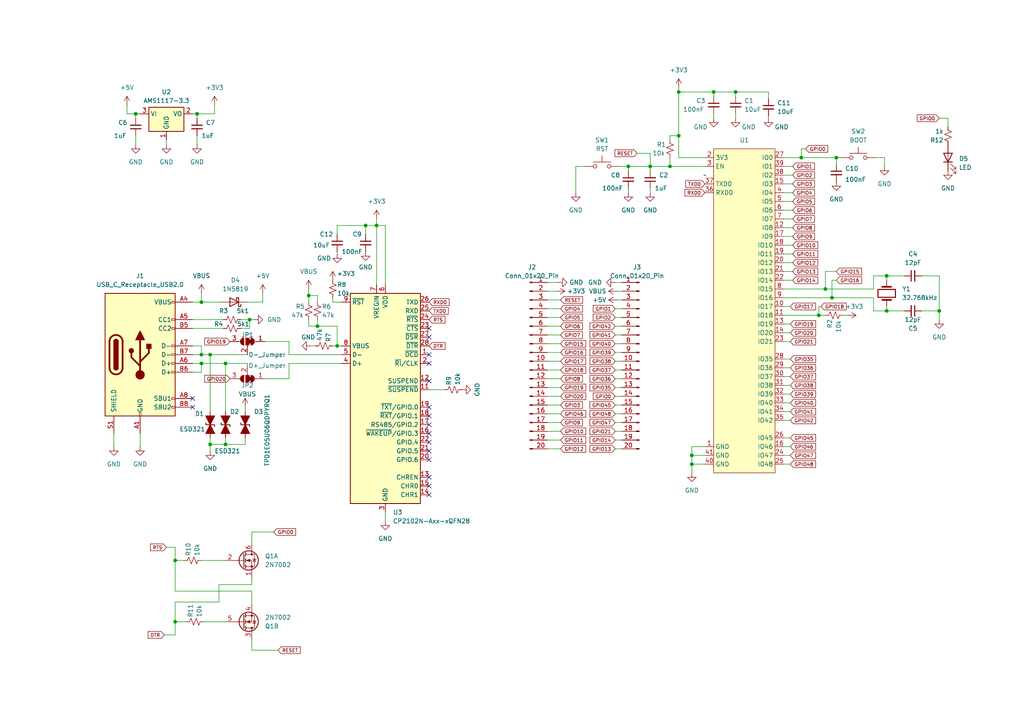
<source format=kicad_sch>
(kicad_sch (version 20230121) (generator eeschema)
  (paper "A4")
  (title_block (title "ESP32 S2 SOLO") (date "2024-04-13") (rev "0.1") (company "Useful Splendour"))
  (junction (at 239.395 83.82))
  (junction (at 188.595 48.26))
  (junction (at 92.075 94.615))
  (junction (at 50.8 162.56))
  (junction (at 109.22 65.405))
  (junction (at 72.39 92.71))
  (junction (at 58.42 87.63))
  (junction (at 257.175 90.17))
  (junction (at 241.3 86.36))
  (junction (at 272.415 90.17))
  (junction (at 39.37 33.02))
  (junction (at 50.8 180.34))
  (junction (at 196.85 26.67))
  (junction (at 65.405 128.905))
  (junction (at 200.66 134.62))
  (junction (at 194.31 48.26))
  (junction (at 65.405 105.41))
  (junction (at 242.57 45.72))
  (junction (at 106.045 65.405))
  (junction (at 200.66 132.08))
  (junction (at 58.42 102.87))
  (junction (at 232.41 45.72))
  (junction (at 182.245 48.26))
  (junction (at 257.175 80.01))
  (junction (at 89.535 85.725))
  (junction (at 237.49 91.44))
  (junction (at 196.85 39.37))
  (junction (at 207.01 26.67))
  (junction (at 60.96 128.905))
  (junction (at 57.15 33.02))
  (junction (at 58.42 105.41))
  (junction (at 97.79 100.33))
  (junction (at 213.36 26.67))
  (junction (at 60.96 102.87))
  (no_connect (at 124.46 95.25))
  (no_connect (at 124.46 105.41))
  (no_connect (at 55.88 118.11))
  (no_connect (at 124.46 123.19))
  (no_connect (at 124.46 110.49))
  (no_connect (at 124.46 125.73))
  (no_connect (at 124.46 102.87))
  (no_connect (at 124.46 128.27))
  (no_connect (at 124.46 118.11))
  (no_connect (at 124.46 133.35))
  (no_connect (at 124.46 130.81))
  (no_connect (at 124.46 120.65))
  (no_connect (at 124.46 138.43))
  (no_connect (at 124.46 143.51))
  (no_connect (at 124.46 140.97))
  (no_connect (at 124.46 97.79))
  (no_connect (at 55.88 115.57))
  (wire (pts (xy 162.56 86.995) (xy 158.75 86.995)))
  (wire (pts (xy 55.88 95.25) (xy 64.77 95.25)))
  (wire (pts (xy 60.96 128.905) (xy 65.405 128.905)))
  (wire (pts (xy 39.37 33.02) (xy 39.37 34.29)))
  (wire (pts (xy 63.5 174.625) (xy 50.8 174.625)))
  (wire (pts (xy 229.235 119.38) (xy 227.33 119.38)))
  (wire (pts (xy 180.34 127.635) (xy 178.435 127.635)))
  (wire (pts (xy 96.52 87.63) (xy 96.52 86.36)))
  (wire (pts (xy 229.87 78.74) (xy 227.33 78.74)))
  (wire (pts (xy 71.12 128.905) (xy 71.12 127)))
  (wire (pts (xy 242.57 47.625) (xy 242.57 45.72)))
  (wire (pts (xy 58.42 87.63) (xy 58.42 85.09)))
  (wire (pts (xy 196.85 45.72) (xy 196.85 39.37)))
  (wire (pts (xy 196.85 39.37) (xy 196.85 26.67)))
  (wire (pts (xy 229.87 68.58) (xy 227.33 68.58)))
  (wire (pts (xy 50.8 180.34) (xy 50.8 184.15)))
  (wire (pts (xy 109.22 65.405) (xy 109.22 82.55)))
  (wire (pts (xy 200.66 132.08) (xy 200.66 134.62)))
  (wire (pts (xy 257.175 90.17) (xy 253.365 90.17)))
  (wire (pts (xy 73.025 169.545) (xy 63.5 169.545)))
  (wire (pts (xy 39.37 39.37) (xy 39.37 41.91)))
  (wire (pts (xy 229.235 104.14) (xy 227.33 104.14)))
  (wire (pts (xy 55.88 92.71) (xy 64.77 92.71)))
  (wire (pts (xy 241.3 81.28) (xy 241.3 86.36)))
  (wire (pts (xy 229.87 76.2) (xy 227.33 76.2)))
  (wire (pts (xy 162.56 89.535) (xy 158.75 89.535)))
  (wire (pts (xy 58.42 162.56) (xy 65.405 162.56)))
  (wire (pts (xy 162.56 107.315) (xy 158.75 107.315)))
  (wire (pts (xy 227.33 93.98) (xy 229.235 93.98)))
  (wire (pts (xy 58.42 87.63) (xy 64.135 87.63)))
  (wire (pts (xy 229.235 111.76) (xy 227.33 111.76)))
  (wire (pts (xy 179.705 48.26) (xy 182.245 48.26)))
  (wire (pts (xy 58.42 102.87) (xy 55.88 102.87)))
  (wire (pts (xy 71.755 87.63) (xy 76.2 87.63)))
  (wire (pts (xy 69.85 95.25) (xy 72.39 95.25)))
  (wire (pts (xy 73.025 175.26) (xy 73.025 171.45)))
  (wire (pts (xy 97.79 65.405) (xy 97.79 67.945)))
  (wire (pts (xy 229.87 53.34) (xy 227.33 53.34)))
  (wire (pts (xy 229.87 73.66) (xy 227.33 73.66)))
  (wire (pts (xy 242.57 78.74) (xy 239.395 78.74)))
  (wire (pts (xy 241.3 86.36) (xy 227.33 86.36)))
  (wire (pts (xy 213.36 26.67) (xy 207.01 26.67)))
  (wire (pts (xy 83.82 102.87) (xy 83.82 99.06)))
  (wire (pts (xy 229.235 129.54) (xy 227.33 129.54)))
  (wire (pts (xy 97.79 100.33) (xy 99.06 100.33)))
  (wire (pts (xy 180.34 122.555) (xy 178.435 122.555)))
  (wire (pts (xy 39.37 33.02) (xy 36.83 33.02)))
  (wire (pts (xy 178.435 114.935) (xy 180.34 114.935)))
  (wire (pts (xy 57.15 39.37) (xy 57.15 41.91)))
  (wire (pts (xy 196.85 26.67) (xy 196.85 25.4)))
  (wire (pts (xy 272.415 34.29) (xy 274.955 34.29)))
  (wire (pts (xy 76.835 109.855) (xy 83.82 109.855)))
  (wire (pts (xy 213.36 33.02) (xy 213.36 34.29)))
  (wire (pts (xy 178.435 104.775) (xy 180.34 104.775)))
  (wire (pts (xy 40.64 125.73) (xy 40.64 129.54)))
  (wire (pts (xy 47.625 184.15) (xy 50.8 184.15)))
  (wire (pts (xy 55.88 107.95) (xy 58.42 107.95)))
  (wire (pts (xy 92.075 94.615) (xy 97.79 94.615)))
  (wire (pts (xy 242.57 81.28) (xy 241.3 81.28)))
  (wire (pts (xy 253.365 86.36) (xy 241.3 86.36)))
  (wire (pts (xy 257.175 80.01) (xy 253.365 80.01)))
  (wire (pts (xy 227.33 91.44) (xy 237.49 91.44)))
  (wire (pts (xy 48.26 40.64) (xy 48.26 41.91)))
  (wire (pts (xy 65.405 128.905) (xy 71.12 128.905)))
  (wire (pts (xy 90.17 100.33) (xy 91.44 100.33)))
  (wire (pts (xy 96.52 100.33) (xy 97.79 100.33)))
  (wire (pts (xy 178.435 89.535) (xy 180.34 89.535)))
  (wire (pts (xy 238.125 88.9) (xy 237.49 88.9)))
  (wire (pts (xy 178.435 92.075) (xy 180.34 92.075)))
  (wire (pts (xy 50.8 174.625) (xy 50.8 180.34)))
  (wire (pts (xy 109.22 65.405) (xy 111.76 65.405)))
  (wire (pts (xy 244.475 91.44) (xy 245.745 91.44)))
  (wire (pts (xy 60.96 102.87) (xy 60.96 119.38)))
  (wire (pts (xy 106.045 65.405) (xy 97.79 65.405)))
  (wire (pts (xy 60.96 102.87) (xy 58.42 102.87)))
  (wire (pts (xy 162.56 102.235) (xy 158.75 102.235)))
  (wire (pts (xy 229.235 88.9) (xy 227.33 88.9)))
  (wire (pts (xy 58.42 105.41) (xy 65.405 105.41)))
  (wire (pts (xy 65.405 105.41) (xy 65.405 119.38)))
  (wire (pts (xy 229.87 50.8) (xy 227.33 50.8)))
  (wire (pts (xy 229.235 134.62) (xy 227.33 134.62)))
  (wire (pts (xy 55.88 87.63) (xy 58.42 87.63)))
  (wire (pts (xy 73.025 185.42) (xy 73.025 188.595)))
  (wire (pts (xy 253.365 83.82) (xy 239.395 83.82)))
  (wire (pts (xy 69.85 92.71) (xy 72.39 92.71)))
  (wire (pts (xy 239.395 83.82) (xy 227.33 83.82)))
  (wire (pts (xy 188.595 54.61) (xy 188.595 55.88)))
  (wire (pts (xy 229.87 60.96) (xy 227.33 60.96)))
  (wire (pts (xy 72.39 92.71) (xy 73.66 92.71)))
  (wire (pts (xy 239.395 78.74) (xy 239.395 83.82)))
  (wire (pts (xy 253.365 80.01) (xy 253.365 83.82)))
  (wire (pts (xy 63.5 169.545) (xy 63.5 174.625)))
  (wire (pts (xy 72.39 95.25) (xy 72.39 92.71)))
  (wire (pts (xy 169.545 48.26) (xy 167.005 48.26)))
  (wire (pts (xy 73.025 154.305) (xy 79.375 154.305)))
  (wire (pts (xy 267.335 80.01) (xy 272.415 80.01)))
  (wire (pts (xy 179.07 84.455) (xy 180.34 84.455)))
  (wire (pts (xy 73.025 157.48) (xy 73.025 154.305)))
  (wire (pts (xy 109.22 65.405) (xy 106.045 65.405)))
  (wire (pts (xy 92.075 85.725) (xy 92.075 87.63)))
  (wire (pts (xy 178.435 107.315) (xy 180.34 107.315)))
  (wire (pts (xy 257.175 90.17) (xy 262.255 90.17)))
  (wire (pts (xy 167.005 48.26) (xy 167.005 55.88)))
  (wire (pts (xy 242.57 45.72) (xy 243.84 45.72)))
  (wire (pts (xy 229.235 116.84) (xy 227.33 116.84)))
  (wire (pts (xy 237.49 88.9) (xy 237.49 91.44)))
  (wire (pts (xy 229.235 127) (xy 227.33 127)))
  (wire (pts (xy 179.07 86.995) (xy 180.34 86.995)))
  (wire (pts (xy 178.435 99.695) (xy 180.34 99.695)))
  (wire (pts (xy 233.68 43.18) (xy 232.41 43.18)))
  (wire (pts (xy 40.64 33.02) (xy 39.37 33.02)))
  (wire (pts (xy 188.595 48.26) (xy 182.245 48.26)))
  (wire (pts (xy 229.87 63.5) (xy 227.33 63.5)))
  (wire (pts (xy 229.87 55.88) (xy 227.33 55.88)))
  (wire (pts (xy 162.56 117.475) (xy 158.75 117.475)))
  (wire (pts (xy 162.56 114.935) (xy 158.75 114.935)))
  (wire (pts (xy 254 45.72) (xy 256.54 45.72)))
  (wire (pts (xy 71.755 105.41) (xy 71.755 106.045)))
  (wire (pts (xy 267.335 90.17) (xy 272.415 90.17)))
  (wire (pts (xy 180.34 130.175) (xy 178.435 130.175)))
  (wire (pts (xy 182.245 48.26) (xy 182.245 49.53)))
  (wire (pts (xy 272.415 80.01) (xy 272.415 90.17)))
  (wire (pts (xy 229.87 48.26) (xy 227.33 48.26)))
  (wire (pts (xy 232.41 43.18) (xy 232.41 45.72)))
  (wire (pts (xy 50.8 171.45) (xy 73.025 171.45)))
  (wire (pts (xy 257.175 80.01) (xy 262.255 80.01)))
  (wire (pts (xy 65.405 105.41) (xy 71.755 105.41)))
  (wire (pts (xy 83.82 109.855) (xy 83.82 105.41)))
  (wire (pts (xy 237.49 91.44) (xy 239.395 91.44)))
  (wire (pts (xy 162.56 120.015) (xy 158.75 120.015)))
  (wire (pts (xy 204.47 45.72) (xy 196.85 45.72)))
  (wire (pts (xy 55.88 33.02) (xy 57.15 33.02)))
  (wire (pts (xy 194.31 40.64) (xy 194.31 39.37)))
  (wire (pts (xy 58.42 105.41) (xy 58.42 107.95)))
  (wire (pts (xy 106.045 65.405) (xy 106.045 67.945)))
  (wire (pts (xy 162.56 112.395) (xy 158.75 112.395)))
  (wire (pts (xy 109.22 63.5) (xy 109.22 65.405)))
  (wire (pts (xy 229.87 58.42) (xy 227.33 58.42)))
  (wire (pts (xy 60.96 127) (xy 60.96 128.905)))
  (wire (pts (xy 89.535 92.71) (xy 89.535 94.615)))
  (wire (pts (xy 178.435 112.395) (xy 180.34 112.395)))
  (wire (pts (xy 162.56 122.555) (xy 158.75 122.555)))
  (wire (pts (xy 48.26 158.75) (xy 50.8 158.75)))
  (wire (pts (xy 99.06 87.63) (xy 96.52 87.63)))
  (wire (pts (xy 194.31 48.26) (xy 204.47 48.26)))
  (wire (pts (xy 274.955 36.83) (xy 274.955 34.29)))
  (wire (pts (xy 229.235 121.92) (xy 227.33 121.92)))
  (wire (pts (xy 227.33 96.52) (xy 229.235 96.52)))
  (wire (pts (xy 161.29 84.455) (xy 158.75 84.455)))
  (wire (pts (xy 229.235 132.08) (xy 227.33 132.08)))
  (wire (pts (xy 33.02 125.73) (xy 33.02 129.54)))
  (wire (pts (xy 204.47 129.54) (xy 200.66 129.54)))
  (wire (pts (xy 162.56 97.155) (xy 158.75 97.155)))
  (wire (pts (xy 162.56 109.855) (xy 158.75 109.855)))
  (wire (pts (xy 62.23 30.48) (xy 62.23 33.02)))
  (wire (pts (xy 97.79 73.025) (xy 97.79 73.66)))
  (wire (pts (xy 50.8 171.45) (xy 50.8 162.56)))
  (wire (pts (xy 188.595 44.45) (xy 188.595 48.26)))
  (wire (pts (xy 57.15 33.02) (xy 62.23 33.02)))
  (wire (pts (xy 229.87 71.12) (xy 227.33 71.12)))
  (wire (pts (xy 50.8 162.56) (xy 53.34 162.56)))
  (wire (pts (xy 60.96 128.905) (xy 60.96 130.81)))
  (wire (pts (xy 200.66 134.62) (xy 204.47 134.62)))
  (wire (pts (xy 227.33 45.72) (xy 232.41 45.72)))
  (wire (pts (xy 71.12 118.11) (xy 71.12 119.38)))
  (wire (pts (xy 178.435 102.235) (xy 180.34 102.235)))
  (wire (pts (xy 200.66 129.54) (xy 200.66 132.08)))
  (wire (pts (xy 50.8 180.34) (xy 53.975 180.34)))
  (wire (pts (xy 60.96 102.87) (xy 71.755 102.87)))
  (wire (pts (xy 178.435 94.615) (xy 180.34 94.615)))
  (wire (pts (xy 257.175 88.9) (xy 257.175 90.17)))
  (wire (pts (xy 229.235 109.22) (xy 227.33 109.22)))
  (wire (pts (xy 200.66 134.62) (xy 200.66 137.16)))
  (wire (pts (xy 36.83 33.02) (xy 36.83 30.48)))
  (wire (pts (xy 161.925 81.915) (xy 158.75 81.915)))
  (wire (pts (xy 213.36 27.94) (xy 213.36 26.67)))
  (wire (pts (xy 58.42 100.33) (xy 58.42 102.87)))
  (wire (pts (xy 207.01 26.67) (xy 207.01 27.94)))
  (wire (pts (xy 162.56 92.075) (xy 158.75 92.075)))
  (wire (pts (xy 213.36 26.67) (xy 222.885 26.67)))
  (wire (pts (xy 229.235 106.68) (xy 227.33 106.68)))
  (wire (pts (xy 162.56 127.635) (xy 158.75 127.635)))
  (wire (pts (xy 89.535 85.725) (xy 92.075 85.725)))
  (wire (pts (xy 73.025 188.595) (xy 80.645 188.595)))
  (wire (pts (xy 184.785 44.45) (xy 188.595 44.45)))
  (wire (pts (xy 178.435 109.855) (xy 180.34 109.855)))
  (wire (pts (xy 272.415 90.17) (xy 272.415 92.71)))
  (wire (pts (xy 188.595 48.26) (xy 194.31 48.26)))
  (wire (pts (xy 57.15 33.02) (xy 57.15 34.29)))
  (wire (pts (xy 256.54 45.72) (xy 256.54 48.26)))
  (wire (pts (xy 253.365 90.17) (xy 253.365 86.36)))
  (wire (pts (xy 229.87 81.28) (xy 227.33 81.28)))
  (wire (pts (xy 83.82 99.06) (xy 76.835 99.06)))
  (wire (pts (xy 227.33 99.06) (xy 229.235 99.06)))
  (wire (pts (xy 73.025 167.64) (xy 73.025 169.545)))
  (wire (pts (xy 162.56 130.175) (xy 158.75 130.175)))
  (wire (pts (xy 89.535 94.615) (xy 92.075 94.615)))
  (wire (pts (xy 207.01 26.67) (xy 196.85 26.67)))
  (wire (pts (xy 89.535 85.725) (xy 89.535 87.63)))
  (wire (pts (xy 65.405 127) (xy 65.405 128.905)))
  (wire (pts (xy 92.075 92.71) (xy 92.075 94.615)))
  (wire (pts (xy 180.34 125.095) (xy 178.435 125.095)))
  (wire (pts (xy 229.87 66.04) (xy 227.33 66.04)))
  (wire (pts (xy 99.06 102.87) (xy 83.82 102.87)))
  (wire (pts (xy 207.01 33.02) (xy 207.01 34.29)))
  (wire (pts (xy 200.66 132.08) (xy 204.47 132.08)))
  (wire (pts (xy 222.885 34.29) (xy 222.885 33.655)))
  (wire (pts (xy 111.76 82.55) (xy 111.76 65.405)))
  (wire (pts (xy 194.31 39.37) (xy 196.85 39.37)))
  (wire (pts (xy 76.2 85.09) (xy 76.2 87.63)))
  (wire (pts (xy 55.88 100.33) (xy 58.42 100.33)))
  (wire (pts (xy 178.435 97.155) (xy 180.34 97.155)))
  (wire (pts (xy 162.56 94.615) (xy 158.75 94.615)))
  (wire (pts (xy 182.245 54.61) (xy 182.245 55.88)))
  (wire (pts (xy 59.055 180.34) (xy 65.405 180.34)))
  (wire (pts (xy 124.46 113.03) (xy 128.905 113.03)))
  (wire (pts (xy 162.56 104.775) (xy 158.75 104.775)))
  (wire (pts (xy 232.41 45.72) (xy 242.57 45.72)))
  (wire (pts (xy 97.79 94.615) (xy 97.79 100.33)))
  (wire (pts (xy 178.435 81.915) (xy 180.34 81.915)))
  (wire (pts (xy 89.535 83.82) (xy 89.535 85.725)))
  (wire (pts (xy 188.595 48.26) (xy 188.595 49.53)))
  (wire (pts (xy 55.88 105.41) (xy 58.42 105.41)))
  (wire (pts (xy 178.435 117.475) (xy 180.34 117.475)))
  (wire (pts (xy 229.235 114.3) (xy 227.33 114.3)))
  (wire (pts (xy 83.82 105.41) (xy 99.06 105.41)))
  (wire (pts (xy 222.885 26.67) (xy 222.885 28.575)))
  (wire (pts (xy 194.31 45.72) (xy 194.31 48.26)))
  (wire (pts (xy 162.56 125.095) (xy 158.75 125.095)))
  (wire (pts (xy 257.175 81.28) (xy 257.175 80.01)))
  (wire (pts (xy 111.76 148.59) (xy 111.76 151.13)))
  (wire (pts (xy 180.34 120.015) (xy 178.435 120.015)))
  (wire (pts (xy 50.8 162.56) (xy 50.8 158.75)))
  (wire (pts (xy 162.56 99.695) (xy 158.75 99.695)))
  (global_label "GPIO39" (shape input) (at 229.235 114.3 0) (effects (font (size 1 1))) (property "Intersheetrefs" "${INTERSHEET_REFS}" (effects hide)))
  (global_label "GPIO46" (shape input) (at 229.235 129.54 0) (effects (font (size 1 1))) (property "Intersheetrefs" "${INTERSHEET_REFS}" (effects hide)))
  (global_label "GPIO39" (shape input) (at 178.435 102.235 180) (effects (font (size 1 1))) (property "Intersheetrefs" "${INTERSHEET_REFS}" (effects hide)))
  (global_label "GPIO4" (shape input) (at 229.87 55.88 0) (effects (font (size 1 1))) (property "Intersheetrefs" "${INTERSHEET_REFS}" (effects hide)))
  (global_label "RTS" (shape input) (at 48.26 158.75 180) (effects (font (size 1 1))) (property "Intersheetrefs" "${INTERSHEET_REFS}" (effects hide)))
  (global_label "GPIO9" (shape input) (at 229.87 68.58 0) (effects (font (size 1 1))) (property "Intersheetrefs" "${INTERSHEET_REFS}" (effects hide)))
  (global_label "GPIO16" (shape input) (at 242.57 81.28 0) (effects (font (size 1 1))) (property "Intersheetrefs" "${INTERSHEET_REFS}" (effects hide)))
  (global_label "GPIO1" (shape input) (at 229.87 48.26 0) (effects (font (size 1 1))) (property "Intersheetrefs" "${INTERSHEET_REFS}" (effects hide)))
  (global_label "GPIO19" (shape input) (at 66.675 99.06 180) (effects (font (size 1 1))) (property "Intersheetrefs" "${INTERSHEET_REFS}" (effects hide)))
  (global_label "GPIO37" (shape input) (at 229.235 109.22 0) (effects (font (size 1 1))) (property "Intersheetrefs" "${INTERSHEET_REFS}" (effects hide)))
  (global_label "GPIO0" (shape input) (at 178.435 114.935 180) (effects (font (size 1 1))) (property "Intersheetrefs" "${INTERSHEET_REFS}" (effects hide)))
  (global_label "GPIO40" (shape input) (at 229.235 116.84 0) (effects (font (size 1 1))) (property "Intersheetrefs" "${INTERSHEET_REFS}" (effects hide)))
  (global_label "GPIO18" (shape input) (at 238.125 88.9 0) (effects (font (size 1 1))) (property "Intersheetrefs" "${INTERSHEET_REFS}" (effects hide)))
  (global_label "GPIO38" (shape input) (at 229.235 111.76 0) (effects (font (size 1 1))) (property "Intersheetrefs" "${INTERSHEET_REFS}" (effects hide)))
  (global_label "GPIO2" (shape input) (at 178.435 92.075 180) (effects (font (size 1 1))) (property "Intersheetrefs" "${INTERSHEET_REFS}" (effects hide)))
  (global_label "GPIO0" (shape input) (at 79.375 154.305 0) (effects (font (size 1 1))) (property "Intersheetrefs" "${INTERSHEET_REFS}" (effects hide)))
  (global_label "GPIO35" (shape input) (at 178.435 112.395 180) (effects (font (size 1 1))) (property "Intersheetrefs" "${INTERSHEET_REFS}" (effects hide)))
  (global_label "GPIO20" (shape input) (at 229.235 96.52 0) (effects (font (size 1 1))) (property "Intersheetrefs" "${INTERSHEET_REFS}" (effects hide)))
  (global_label "GPIO20" (shape input) (at 66.675 109.855 180) (effects (font (size 1 1))) (property "Intersheetrefs" "${INTERSHEET_REFS}" (effects hide)))
  (global_label "GPIO5" (shape input) (at 162.56 92.075 0) (effects (font (size 1 1))) (property "Intersheetrefs" "${INTERSHEET_REFS}" (effects hide)))
  (global_label "GPIO48" (shape input) (at 178.435 120.015 180) (effects (font (size 1 1))) (property "Intersheetrefs" "${INTERSHEET_REFS}" (effects hide)))
  (global_label "DTR" (shape input) (at 47.625 184.15 180) (effects (font (size 1 1))) (property "Intersheetrefs" "${INTERSHEET_REFS}" (effects hide)))
  (global_label "GPIO16" (shape input) (at 162.56 102.235 0) (effects (font (size 1 1))) (property "Intersheetrefs" "${INTERSHEET_REFS}" (effects hide)))
  (global_label "RXD0" (shape input) (at 124.46 87.63 0) (effects (font (size 1 1))) (property "Intersheetrefs" "${INTERSHEET_REFS}" (effects hide)))
  (global_label "RXD0" (shape input) (at 204.47 55.88 180) (effects (font (size 1 1))) (property "Intersheetrefs" "${INTERSHEET_REFS}" (effects hide)))
  (global_label "RESET" (shape input) (at 80.645 188.595 0) (effects (font (size 1 1))) (property "Intersheetrefs" "${INTERSHEET_REFS}" (effects hide)))
  (global_label "GPIO8" (shape input) (at 229.87 66.04 0) (effects (font (size 1 1))) (property "Intersheetrefs" "${INTERSHEET_REFS}" (effects hide)))
  (global_label "GPIO47" (shape input) (at 178.435 122.555 180) (effects (font (size 1 1))) (property "Intersheetrefs" "${INTERSHEET_REFS}" (effects hide)))
  (global_label "GPIO6" (shape input) (at 229.87 60.96 0) (effects (font (size 1 1))) (property "Intersheetrefs" "${INTERSHEET_REFS}" (effects hide)))
  (global_label "GPIO12" (shape input) (at 162.56 130.175 0) (effects (font (size 1 1))) (property "Intersheetrefs" "${INTERSHEET_REFS}" (effects hide)))
  (global_label "GPIO17" (shape input) (at 162.56 104.775 0) (effects (font (size 1 1))) (property "Intersheetrefs" "${INTERSHEET_REFS}" (effects hide)))
  (global_label "GPIO38" (shape input) (at 178.435 104.775 180) (effects (font (size 1 1))) (property "Intersheetrefs" "${INTERSHEET_REFS}" (effects hide)))
  (global_label "GPIO41" (shape input) (at 178.435 97.155 180) (effects (font (size 1 1))) (property "Intersheetrefs" "${INTERSHEET_REFS}" (effects hide)))
  (global_label "GPIO19" (shape input) (at 229.235 93.98 0) (effects (font (size 1 1))) (property "Intersheetrefs" "${INTERSHEET_REFS}" (effects hide)))
  (global_label "GPIO17" (shape input) (at 229.235 88.9 0) (effects (font (size 1 1))) (property "Intersheetrefs" "${INTERSHEET_REFS}" (effects hide)))
  (global_label "GPIO36" (shape input) (at 178.435 109.855 180) (effects (font (size 1 1))) (property "Intersheetrefs" "${INTERSHEET_REFS}" (effects hide)))
  (global_label "GPIO21" (shape input) (at 178.435 125.095 180) (effects (font (size 1 1))) (property "Intersheetrefs" "${INTERSHEET_REFS}" (effects hide)))
  (global_label "GPIO40" (shape input) (at 178.435 99.695 180) (effects (font (size 1 1))) (property "Intersheetrefs" "${INTERSHEET_REFS}" (effects hide)))
  (global_label "GPIO41" (shape input) (at 229.235 119.38 0) (effects (font (size 1 1))) (property "Intersheetrefs" "${INTERSHEET_REFS}" (effects hide)))
  (global_label "GPIO13" (shape input) (at 178.435 130.175 180) (effects (font (size 1 1))) (property "Intersheetrefs" "${INTERSHEET_REFS}" (effects hide)))
  (global_label "GPIO5" (shape input) (at 229.87 58.42 0) (effects (font (size 1 1))) (property "Intersheetrefs" "${INTERSHEET_REFS}" (effects hide)))
  (global_label "GPIO46" (shape input) (at 162.56 120.015 0) (effects (font (size 1 1))) (property "Intersheetrefs" "${INTERSHEET_REFS}" (effects hide)))
  (global_label "GPIO6" (shape input) (at 162.56 94.615 0) (effects (font (size 1 1))) (property "Intersheetrefs" "${INTERSHEET_REFS}" (effects hide)))
  (global_label "RESET" (shape input) (at 184.785 44.45 180) (effects (font (size 1 1))) (property "Intersheetrefs" "${INTERSHEET_REFS}" (effects hide)))
  (global_label "GPIO7" (shape input) (at 162.56 97.155 0) (effects (font (size 1 1))) (property "Intersheetrefs" "${INTERSHEET_REFS}" (effects hide)))
  (global_label "GPIO45" (shape input) (at 229.235 127 0) (effects (font (size 1 1))) (property "Intersheetrefs" "${INTERSHEET_REFS}" (effects hide)))
  (global_label "GPIO3" (shape input) (at 229.87 53.34 0) (effects (font (size 1 1))) (property "Intersheetrefs" "${INTERSHEET_REFS}" (effects hide)))
  (global_label "GPIO4" (shape input) (at 162.56 89.535 0) (effects (font (size 1 1))) (property "Intersheetrefs" "${INTERSHEET_REFS}" (effects hide)))
  (global_label "GPIO10" (shape input) (at 229.87 71.12 0) (effects (font (size 1 1))) (property "Intersheetrefs" "${INTERSHEET_REFS}" (effects hide)))
  (global_label "GPIO47" (shape input) (at 229.235 132.08 0) (effects (font (size 1 1))) (property "Intersheetrefs" "${INTERSHEET_REFS}" (effects hide)))
  (global_label "GPIO45" (shape input) (at 178.435 117.475 180) (effects (font (size 1 1))) (property "Intersheetrefs" "${INTERSHEET_REFS}" (effects hide)))
  (global_label "GPIO13" (shape input) (at 229.87 78.74 0) (effects (font (size 1 1))) (property "Intersheetrefs" "${INTERSHEET_REFS}" (effects hide)))
  (global_label "GPIO14" (shape input) (at 229.87 81.28 0) (effects (font (size 1 1))) (property "Intersheetrefs" "${INTERSHEET_REFS}" (effects hide)))
  (global_label "RESET" (shape input) (at 162.56 86.995 0) (effects (font (size 1 1))) (property "Intersheetrefs" "${INTERSHEET_REFS}" (effects hide)))
  (global_label "GPIO12" (shape input) (at 229.87 76.2 0) (effects (font (size 1 1))) (property "Intersheetrefs" "${INTERSHEET_REFS}" (effects hide)))
  (global_label "GPIO11" (shape input) (at 162.56 127.635 0) (effects (font (size 1 1))) (property "Intersheetrefs" "${INTERSHEET_REFS}" (effects hide)))
  (global_label "GPIO1" (shape input) (at 178.435 89.535 180) (effects (font (size 1 1))) (property "Intersheetrefs" "${INTERSHEET_REFS}" (effects hide)))
  (global_label "DTR" (shape input) (at 124.46 100.33 0) (effects (font (size 1 1))) (property "Intersheetrefs" "${INTERSHEET_REFS}" (effects hide)))
  (global_label "GPIO10" (shape input) (at 162.56 125.095 0) (effects (font (size 1 1))) (property "Intersheetrefs" "${INTERSHEET_REFS}" (effects hide)))
  (global_label "GPIO42" (shape input) (at 178.435 94.615 180) (effects (font (size 1 1))) (property "Intersheetrefs" "${INTERSHEET_REFS}" (effects hide)))
  (global_label "TXD0" (shape input) (at 124.46 90.17 0) (effects (font (size 1 1))) (property "Intersheetrefs" "${INTERSHEET_REFS}" (effects hide)))
  (global_label "GPIO21" (shape input) (at 229.235 99.06 0) (effects (font (size 1 1))) (property "Intersheetrefs" "${INTERSHEET_REFS}" (effects hide)))
  (global_label "GPIO14" (shape input) (at 178.435 127.635 180) (effects (font (size 1 1))) (property "Intersheetrefs" "${INTERSHEET_REFS}" (effects hide)))
  (global_label "GPIO36" (shape input) (at 229.235 106.68 0) (effects (font (size 1 1))) (property "Intersheetrefs" "${INTERSHEET_REFS}" (effects hide)))
  (global_label "GPIO48" (shape input) (at 229.235 134.62 0) (effects (font (size 1 1))) (property "Intersheetrefs" "${INTERSHEET_REFS}" (effects hide)))
  (global_label "GPIO3" (shape input) (at 162.56 117.475 0) (effects (font (size 1 1))) (property "Intersheetrefs" "${INTERSHEET_REFS}" (effects hide)))
  (global_label "GPIO2" (shape input) (at 229.87 50.8 0) (effects (font (size 1 1))) (property "Intersheetrefs" "${INTERSHEET_REFS}" (effects hide)))
  (global_label "GPIO42" (shape input) (at 229.235 121.92 0) (effects (font (size 1 1))) (property "Intersheetrefs" "${INTERSHEET_REFS}" (effects hide)))
  (global_label "GPIO0" (shape input) (at 272.415 34.29 180) (effects (font (size 1 1))) (property "Intersheetrefs" "${INTERSHEET_REFS}" (effects hide)))
  (global_label "RTS" (shape input) (at 124.46 92.71 0) (effects (font (size 1 1))) (property "Intersheetrefs" "${INTERSHEET_REFS}" (effects hide)))
  (global_label "GPIO0" (shape input) (at 233.68 43.18 0) (effects (font (size 1 1))) (property "Intersheetrefs" "${INTERSHEET_REFS}" (effects hide)))
  (global_label "GPIO15" (shape input) (at 242.57 78.74 0) (effects (font (size 1 1))) (property "Intersheetrefs" "${INTERSHEET_REFS}" (effects hide)))
  (global_label "GPIO20" (shape input) (at 162.56 114.935 0) (effects (font (size 1 1))) (property "Intersheetrefs" "${INTERSHEET_REFS}" (effects hide)))
  (global_label "GPIO11" (shape input) (at 229.87 73.66 0) (effects (font (size 1 1))) (property "Intersheetrefs" "${INTERSHEET_REFS}" (effects hide)))
  (global_label "GPIO35" (shape input) (at 229.235 104.14 0) (effects (font (size 1 1))) (property "Intersheetrefs" "${INTERSHEET_REFS}" (effects hide)))
  (global_label "GPIO9" (shape input) (at 162.56 122.555 0) (effects (font (size 1 1))) (property "Intersheetrefs" "${INTERSHEET_REFS}" (effects hide)))
  (global_label "TXD0" (shape input) (at 204.47 53.34 180) (effects (font (size 1 1))) (property "Intersheetrefs" "${INTERSHEET_REFS}" (effects hide)))
  (global_label "GPIO37" (shape input) (at 178.435 107.315 180) (effects (font (size 1 1))) (property "Intersheetrefs" "${INTERSHEET_REFS}" (effects hide)))
  (global_label "GPIO18" (shape input) (at 162.56 107.315 0) (effects (font (size 1 1))) (property "Intersheetrefs" "${INTERSHEET_REFS}" (effects hide)))
  (global_label "GPIO8" (shape input) (at 162.56 109.855 0) (effects (font (size 1 1))) (property "Intersheetrefs" "${INTERSHEET_REFS}" (effects hide)))
  (global_label "GPIO15" (shape input) (at 162.56 99.695 0) (effects (font (size 1 1))) (property "Intersheetrefs" "${INTERSHEET_REFS}" (effects hide)))
  (global_label "GPIO7" (shape input) (at 229.87 63.5 0) (effects (font (size 1 1))) (property "Intersheetrefs" "${INTERSHEET_REFS}" (effects hide)))
  (global_label "GPIO19" (shape input) (at 162.56 112.395 0) (effects (font (size 1 1))) (property "Intersheetrefs" "${INTERSHEET_REFS}" (effects hide)))
  (symbol (lib_id "power:GND") (at 39.37 41.91 0) (unit 1)
    (property "Reference" "#PWR013" (effects hide))
    (property "Value" "GND" (at 39.37 46.99 0))
  )
  (symbol (lib_id "Device:Crystal") (at 257.175 85.09 90) (unit 1)
    (property "Reference" "Y1" (at 261.62 83.82 90) (effects (justify right)))
    (property "Value" "32.768kHz" (at 261.62 86.36 90) (effects (justify right)))
    (property "Footprint" "Crystal:Crystal_SMD_MicroCrystal_CC7V-T1A-2Pin_3.2x1.5mm" (effects hide))
  )
  (symbol (lib_id "Device:C_Small") (at 106.045 70.485 0) (unit 1)
    (property "Reference" "C9" (at 102.235 67.945 0) (effects (justify left)))
    (property "Value" "100nF" (at 99.06 73.025 0) (effects (justify left)))
    (property "Footprint" "Capacitor_SMD:C_0603_1608Metric" (effects hide))
  )
  (symbol (lib_id "Device:R_Small_US") (at 241.935 91.44 90) (unit 1)
    (property "Reference" "R2" (at 240.665 95.25 0) (effects (justify left)))
    (property "Value" "10k" (at 243.205 96.52 0) (effects (justify left)))
    (property "Footprint" "Resistor_SMD:R_0603_1608Metric" (effects hide))
  )
  (symbol (lib_id "Device:R_Small_US") (at 194.31 43.18 0) (unit 1)
    (property "Reference" "R1" (at 190.5 41.91 0) (effects (justify left)))
    (property "Value" "10k" (at 189.23 44.45 0) (effects (justify left)))
    (property "Footprint" "Resistor_SMD:R_0603_1608Metric" (effects hide))
  )
  (symbol (lib_id "power:GND") (at 161.925 81.915 90) (unit 1)
    (property "Reference" "#PWR033" (effects hide))
    (property "Value" "GND" (at 165.1 81.915 90) (effects (justify right)))
  )
  (symbol (lib_id "Device:Q_Dual_NMOS_S1G1D2S2G2D1") (at 70.485 162.56 0) (unit 1)
    (property "Reference" "Q1" (at 76.835 161.29 0) (effects (justify left)))
    (property "Value" "2N7002" (at 76.835 163.83 0) (effects (justify left)))
    (property "Footprint" "Package_TO_SOT_SMD:SOT-363_SC-70-6" (effects hide))
  )
  (symbol (lib_id "power:VBUS") (at 58.42 85.09 0) (unit 1)
    (property "Reference" "#PWR017" (effects hide))
    (property "Value" "VBUS" (at 58.42 80.01 0))
  )
  (symbol (lib_id "power:GND") (at 57.15 41.91 0) (unit 1)
    (property "Reference" "#PWR011" (effects hide))
    (property "Value" "GND" (at 57.15 46.99 0))
  )
  (symbol (lib_id "Device:R_Small_US") (at 96.52 83.82 0) (unit 1)
    (property "Reference" "R8" (at 97.79 82.55 0) (effects (justify left)))
    (property "Value" "10k" (at 97.79 85.09 0) (effects (justify left)))
    (property "Footprint" "Resistor_SMD:R_0603_1608Metric" (effects hide))
  )
  (symbol (lib_id "Device:C_Small") (at 57.15 36.83 180) (unit 1)
    (property "Reference" "C7" (at 59.69 35.56 0) (effects (justify right)))
    (property "Value" "1uF" (at 58.42 39.37 0) (effects (justify right)))
    (property "Footprint" "Capacitor_SMD:C_0603_1608Metric" (effects hide))
  )
  (symbol (lib_id "power:GND") (at 33.02 129.54 0) (unit 1)
    (property "Reference" "#PWR020" (effects hide))
    (property "Value" "GND" (at 33.02 134.62 0))
  )
  (symbol (lib_id "power:GND") (at 97.79 73.66 0) (unit 1)
    (property "Reference" "#PWR027" (effects hide))
    (property "Value" "GND" (at 93.98 74.93 0))
  )
  (symbol (lib_id "Device:C_Small") (at 97.79 70.485 0) (unit 1)
    (property "Reference" "C12" (at 92.71 67.945 0) (effects (justify left)))
    (property "Value" "10uF" (at 90.805 71.12 0) (effects (justify left)))
    (property "Footprint" "Capacitor_SMD:C_0805_2012Metric" (effects hide))
  )
  (symbol (lib_id "Switch:SW_Push") (at 248.92 45.72 0) (unit 1)
    (property "Reference" "SW2" (at 248.92 38.1 0))
    (property "Value" "BOOT" (at 248.92 40.64 0))
    (property "Footprint" "Button_Switch_SMD:SW_SPST_CK_RS282G05A3" (effects hide))
  )
  (symbol (lib_id "Device:C_Small") (at 264.795 90.17 270) (unit 1)
    (property "Reference" "C5" (at 264.795 95.25 90))
    (property "Value" "12pF" (at 264.795 92.71 90))
    (property "Footprint" "Capacitor_SMD:C_0603_1608Metric" (effects hide))
  )
  (symbol (lib_id "Connector:Conn_01x20_Pin") (at 185.42 104.775 0) (mirror y) (unit 1)
    (property "Reference" "J3" (at 184.785 77.47 0))
    (property "Value" "Conn_01x20_Pin" (at 184.785 80.01 0))
    (property "Footprint" "Connector_PinHeader_2.54mm:PinHeader_1x20_P2.54mm_Vertical" (effects hide))
  )
  (symbol (lib_id "Device:C_Small") (at 264.795 80.01 90) (unit 1)
    (property "Reference" "C4" (at 264.8013 73.66 90))
    (property "Value" "12pF" (at 264.8013 76.2 90))
    (property "Footprint" "Capacitor_SMD:C_0603_1608Metric" (effects hide))
  )
  (symbol (lib_id "power:GND") (at 167.005 55.88 0) (unit 1)
    (property "Reference" "#PWR05" (effects hide))
    (property "Value" "GND" (at 167.005 60.96 0))
  )
  (symbol (lib_id "Device:R_Small_US") (at 89.535 90.17 0) (unit 1)
    (property "Reference" "R5" (at 85.725 88.9 0) (effects (justify left)))
    (property "Value" "47k" (at 84.455 91.44 0) (effects (justify left)))
    (property "Footprint" "Resistor_SMD:R_0603_1608Metric" (effects hide))
  )
  (symbol (lib_id "power:GND") (at 207.01 34.29 0) (unit 1)
    (property "Reference" "#PWR014" (effects hide))
    (property "Value" "GND" (at 203.2 36.83 0))
  )
  (symbol (lib_id "Device:D_TVS_Filled") (at 65.405 123.19 270) (unit 1)
    (property "Reference" "D2" (at 66.675 119.38 90) (effects (justify left)))
    (property "Value" "ESD321" (at 62.23 130.81 90) (effects (justify left)))
    (property "Footprint" "Diode_SMD:D_SOD-523" (effects hide))
  )
  (symbol (lib_id "power:+5V") (at 36.83 30.48 0) (unit 1)
    (property "Reference" "#PWR010" (effects hide))
    (property "Value" "+5V" (at 36.83 25.4 0))
  )
  (symbol (lib_id "power:GND") (at 222.885 34.29 0) (unit 1)
    (property "Reference" "#PWR037" (effects hide))
    (property "Value" "GND" (at 226.695 36.83 0))
  )
  (symbol (lib_id "power:GND") (at 213.36 34.29 0) (unit 1)
    (property "Reference" "#PWR015" (effects hide))
    (property "Value" "GND" (at 217.17 36.83 0))
  )
  (symbol (lib_id "power:+5V") (at 76.2 85.09 0) (unit 1)
    (property "Reference" "#PWR025" (effects hide))
    (property "Value" "+5V" (at 76.2 80.01 0))
  )
  (symbol (lib_id "power:GND") (at 182.245 55.88 0) (unit 1)
    (property "Reference" "#PWR06" (effects hide))
    (property "Value" "GND" (at 182.245 60.96 0))
  )
  (symbol (lib_id "Device:LED") (at 274.955 45.72 90) (unit 1)
    (property "Reference" "D5" (at 278.13 46.0375 90) (effects (justify right)))
    (property "Value" "LED" (at 278.13 48.5775 90) (effects (justify right)))
    (property "Footprint" "LED_SMD:LED_0603_1608Metric" (effects hide))
  )
  (symbol (lib_id "Connector:USB_C_Receptacle_USB2.0") (at 40.64 102.87 0) (unit 1)
    (property "Reference" "J1" (at 40.64 80.01 0))
    (property "Value" "USB_C_Receptacle_USB2.0" (at 40.64 82.55 0))
    (property "Footprint" "Connector_USB:USB_C_Receptacle_G-Switch_GT-USB-7010ASV" (effects hide))
    (property "Datasheet" "https://www.usb.org/sites/default/files/documents/usb_type-c.zip" (effects hide))
  )
  (symbol (lib_id "Device:C_Small") (at 188.595 52.07 180) (unit 1)
    (property "Reference" "C2" (at 191.135 50.8 0) (effects (justify right)))
    (property "Value" "1uF" (at 189.865 54.61 0) (effects (justify right)))
    (property "Footprint" "Capacitor_SMD:C_0603_1608Metric" (effects hide))
  )
  (symbol (lib_id "power:+3V3") (at 62.23 30.48 0) (unit 1)
    (property "Reference" "#PWR09" (effects hide))
    (property "Value" "+3V3" (at 62.23 25.4 0))
  )
  (symbol (lib_id "Device:C_Small") (at 222.885 31.115 0) (unit 1)
    (property "Reference" "C11" (at 225.425 29.8513 0) (effects (justify left)))
    (property "Value" "10uF" (at 225.425 32.3913 0) (effects (justify left)))
    (property "Footprint" "Capacitor_SMD:C_0805_2012Metric" (effects hide))
  )
  (symbol (lib_id "Device:R_Small_US") (at 67.31 92.71 270) (unit 1)
    (property "Reference" "R3" (at 63.5 90.17 90) (effects (justify left)))
    (property "Value" "5k1" (at 68.58 90.17 90) (effects (justify left)))
    (property "Footprint" "Resistor_SMD:R_0603_1608Metric" (effects hide))
  )
  (symbol (lib_id "Device:R_Small_US") (at 55.88 162.56 90) (unit 1)
    (property "Reference" "R10" (at 54.61 161.29 0) (effects (justify left)))
    (property "Value" "10k" (at 57.15 161.29 0) (effects (justify left)))
    (property "Footprint" "Resistor_SMD:R_0603_1608Metric" (effects hide))
  )
  (symbol (lib_id "power:GND") (at 200.66 137.16 0) (unit 1)
    (property "Reference" "#PWR01" (effects hide))
    (property "Value" "GND" (at 200.66 142.24 0))
  )
  (symbol (lib_id "power:GND") (at 256.54 48.26 0) (unit 1)
    (property "Reference" "#PWR07" (effects hide))
    (property "Value" "GND" (at 256.54 53.34 0))
  )
  (symbol (lib_id "power:GND") (at 60.96 130.81 0) (unit 1)
    (property "Reference" "#PWR028" (effects hide))
    (property "Value" "GND" (at 60.96 135.89 0))
  )
  (symbol (lib_id "Diode:1N5819") (at 67.945 87.63 180) (unit 1)
    (property "Reference" "D4" (at 68.2625 81.28 0))
    (property "Value" "1N5819" (at 68.2625 83.82 0))
    (property "Footprint" "Diode_SMD:D_SOD-123" (effects hide))
    (property "Datasheet" "http://www.vishay.com/docs/88525/1n5817.pdf" (effects hide))
  )
  (symbol (lib_id "power:+3V3") (at 161.29 84.455 270) (unit 1)
    (property "Reference" "#PWR032" (effects hide))
    (property "Value" "+3V3" (at 164.465 84.455 90) (effects (justify left)))
  )
  (symbol (lib_id "power:VBUS") (at 71.12 118.11 0) (unit 1)
    (property "Reference" "#PWR026" (effects hide))
    (property "Value" "VBUS" (at 71.755 114.3 0))
  )
  (symbol (lib_id "Device:R_Small_US") (at 274.955 39.37 180) (unit 1)
    (property "Reference" "R12" (at 273.685 40.64 0) (effects (justify left)))
    (property "Value" "1k" (at 273.685 38.1 0) (effects (justify left)))
    (property "Footprint" "Resistor_SMD:R_0603_1608Metric" (effects hide))
  )
  (symbol (lib_id "Device:R_Small_US") (at 56.515 180.34 90) (unit 1)
    (property "Reference" "R11" (at 55.245 179.07 0) (effects (justify left)))
    (property "Value" "10k" (at 57.785 179.07 0) (effects (justify left)))
    (property "Footprint" "Resistor_SMD:R_0603_1608Metric" (effects hide))
  )
  (symbol (lib_id "power:+3V3") (at 245.745 91.44 270) (unit 1)
    (property "Reference" "#PWR08" (effects hide))
    (property "Value" "+3V3" (at 245.11 88.9 90) (effects (justify left)))
  )
  (symbol (lib_id "Device:D_TVS_Filled") (at 71.12 123.19 270) (unit 1)
    (property "Reference" "D3" (at 73.66 119.38 90) (effects (justify left)))
    (property "Value" "TPD1E05U06QDPYRQ1" (at 77.47 114.3 0) (effects (justify left)))
    (property "Footprint" "Diode_SMD:D_0402_1005Metric" (effects hide))
  )
  (symbol (lib_id "Jumper:SolderJumper_3_Bridged12") (at 71.755 99.06 0) (mirror y) (unit 1)
    (property "Reference" "JP1" (at 71.755 97.155 0))
    (property "Value" "D-_Jumper" (at 77.47 102.87 0))
    (property "Footprint" "Jumper:SolderJumper-3_P1.3mm_Bridged2Bar12_RoundedPad1.0x1.5mm" (effects hide))
  )
  (symbol (lib_id "power:+3V3") (at 96.52 81.28 0) (unit 1)
    (property "Reference" "#PWR030" (effects hide))
    (property "Value" "+3V3" (at 100.33 79.375 0))
  )
  (symbol (lib_id "Switch:SW_Push") (at 174.625 48.26 0) (unit 1)
    (property "Reference" "SW1" (at 174.625 40.64 0))
    (property "Value" "RST" (at 174.625 43.18 0))
    (property "Footprint" "Button_Switch_SMD:SW_SPST_CK_RS282G05A3" (effects hide))
  )
  (symbol (lib_id "power:GND") (at 90.17 100.33 270) (unit 1)
    (property "Reference" "#PWR023" (effects hide))
    (property "Value" "GND" (at 91.44 97.79 90) (effects (justify right)))
  )
  (symbol (lib_id "Device:R_Small_US") (at 67.31 95.25 90) (unit 1)
    (property "Reference" "R4" (at 64.77 93.98 90) (effects (justify left)))
    (property "Value" "5k1" (at 72.39 93.98 90) (effects (justify left)))
    (property "Footprint" "Resistor_SMD:R_0603_1608Metric" (effects hide))
  )
  (symbol (lib_id "Device:C_Small") (at 182.245 52.07 0) (unit 1)
    (property "Reference" "C8" (at 177.165 50.8 0) (effects (justify left)))
    (property "Value" "100nF" (at 174.625 54.61 0) (effects (justify left)))
    (property "Footprint" "Capacitor_SMD:C_0603_1608Metric" (effects hide))
  )
  (symbol (lib_id "power:GND") (at 111.76 151.13 0) (unit 1)
    (property "Reference" "#PWR016" (effects hide))
    (property "Value" "GND" (at 111.76 156.21 0))
  )
  (symbol (lib_id "power:GND") (at 133.985 113.03 90) (unit 1)
    (property "Reference" "#PWR031" (effects hide))
    (property "Value" "GND" (at 138.43 113.03 0))
  )
  (symbol (lib_id "power:GND") (at 242.57 52.705 0) (unit 1)
    (property "Reference" "#PWR029" (effects hide))
    (property "Value" "GND" (at 242.57 57.785 0))
  )
  (symbol (lib_id "power:VBUS") (at 89.535 83.82 0) (unit 1)
    (property "Reference" "#PWR024" (effects hide))
    (property "Value" "VBUS" (at 89.535 78.74 0))
  )
  (symbol (lib_id "power:GND") (at 274.955 49.53 0) (unit 1)
    (property "Reference" "#PWR038" (effects hide))
    (property "Value" "GND" (at 274.955 54.61 0))
  )
  (symbol (lib_id "power:GND") (at 73.66 92.71 90) (unit 1)
    (property "Reference" "#PWR018" (effects hide))
    (property "Value" "GND" (at 77.47 92.71 90) (effects (justify right)))
  )
  (symbol (lib_id "Interface_USB:CP2102N-Axx-xQFN28") (at 111.76 115.57 0) (unit 1)
    (property "Reference" "U3" (at 113.9541 148.59 0) (effects (justify left)))
    (property "Value" "CP2102N-Axx-xQFN28" (at 113.9541 151.13 0) (effects (justify left)))
    (property "Footprint" "Package_DFN_QFN:QFN-28-1EP_5x5mm_P0.5mm_EP3.35x3.35mm" (effects hide))
    (property "Datasheet" "https://www.silabs.com/documents/public/data-sheets/cp2102n-datasheet.pdf" (effects hide))
  )
  (symbol (lib_id "power:VBUS") (at 179.07 84.455 90) (unit 1)
    (property "Reference" "#PWR036" (effects hide))
    (property "Value" "VBUS" (at 175.895 84.455 90) (effects (justify left)))
  )
  (symbol (lib_id "Device:D_TVS_Filled") (at 60.96 123.19 270) (unit 1)
    (property "Reference" "D1" (at 56.515 120.015 90) (effects (justify left)))
    (property "Value" "ESD321" (at 52.07 124.46 90) (effects (justify left)))
    (property "Footprint" "Diode_SMD:D_SOD-523" (effects hide))
  )
  (symbol (lib_id "power:GND") (at 106.045 73.025 0) (unit 1)
    (property "Reference" "#PWR021" (effects hide))
    (property "Value" "GND" (at 106.045 77.47 0))
  )
  (symbol (lib_id "Device:R_Small_US") (at 92.075 90.17 0) (unit 1)
    (property "Reference" "R6" (at 93.345 88.9 0) (effects (justify left)))
    (property "Value" "47k" (at 93.345 91.44 0) (effects (justify left)))
    (property "Footprint" "Resistor_SMD:R_0603_1608Metric" (effects hide))
  )
  (symbol (lib_id "power:+5V") (at 179.07 86.995 90) (unit 1)
    (property "Reference" "#PWR035" (effects hide))
    (property "Value" "+5V" (at 175.895 86.995 90) (effects (justify left)))
  )
  (symbol (lib_id "power:GND") (at 178.435 81.915 270) (unit 1)
    (property "Reference" "#PWR034" (effects hide))
    (property "Value" "GND" (at 174.625 81.915 90) (effects (justify right)))
  )
  (symbol (lib_id "power:GND") (at 188.595 55.88 0) (unit 1)
    (property "Reference" "#PWR03" (effects hide))
    (property "Value" "GND" (at 188.595 60.96 0))
  )
  (symbol (lib_id "Device:Q_Dual_NMOS_S1G1D2S2G2D1") (at 70.485 180.34 0) (mirror x) (unit 2)
    (property "Reference" "Q1" (at 76.835 181.61 0) (effects (justify left)))
    (property "Value" "2N7002" (at 76.835 179.07 0) (effects (justify left)))
    (property "Footprint" "Package_TO_SOT_SMD:SOT-363_SC-70-6" (effects hide))
  )
  (symbol (lib_id "Device:C_Small") (at 207.01 30.48 0) (unit 1)
    (property "Reference" "C3" (at 201.93 29.21 0) (effects (justify left)))
    (property "Value" "100nF" (at 198.12 31.75 0) (effects (justify left)))
    (property "Footprint" "Capacitor_SMD:C_0603_1608Metric" (effects hide))
  )
  (symbol (lib_id "power:+3V3") (at 109.22 63.5 0) (unit 1)
    (property "Reference" "#PWR022" (effects hide))
    (property "Value" "+3V3" (at 109.22 58.42 0))
  )
  (symbol (lib_id "Device:C_Small") (at 242.57 50.165 0) (unit 1)
    (property "Reference" "C10" (at 245.11 48.895 0) (effects (justify left)))
    (property "Value" "100nF" (at 245.11 52.07 0) (effects (justify left)))
    (property "Footprint" "Capacitor_SMD:C_0603_1608Metric" (effects hide))
  )
  (symbol (lib_id "Device:C_Small") (at 213.36 30.48 0) (unit 1)
    (property "Reference" "C1" (at 215.9 29.2163 0) (effects (justify left)))
    (property "Value" "10uF" (at 215.9 31.7563 0) (effects (justify left)))
    (property "Footprint" "Capacitor_SMD:C_0805_2012Metric" (effects hide))
  )
  (symbol (lib_id "EzerLonginus:ESP32-S2-SOLO") (at 215.9 90.17 0) (unit 1)
    (property "Reference" "U1" (at 215.9 40.64 0))
    (property "Value" "~" (at 204.47 50.8 0))
    (property "Footprint" "RF_Module:ESP32-S3-WROOM-1" (effects hide))
  )
  (symbol (lib_id "Device:C_Small") (at 39.37 36.83 180) (unit 1)
    (property "Reference" "C6" (at 34.29 35.56 0) (effects (justify right)))
    (property "Value" "1uF" (at 33.02 39.37 0) (effects (justify right)))
    (property "Footprint" "Capacitor_SMD:C_0603_1608Metric" (effects hide))
  )
  (symbol (lib_id "Connector:Conn_01x20_Pin") (at 153.67 104.775 0) (unit 1)
    (property "Reference" "J2" (at 154.305 77.47 0))
    (property "Value" "Conn_01x20_Pin" (at 154.305 80.01 0))
    (property "Footprint" "Connector_PinHeader_2.54mm:PinHeader_1x20_P2.54mm_Vertical" (effects hide))
  )
  (symbol (lib_id "power:GND") (at 40.64 129.54 0) (unit 1)
    (property "Reference" "#PWR019" (effects hide))
    (property "Value" "GND" (at 40.64 134.62 0))
  )
  (symbol (lib_id "Device:R_Small_US") (at 93.98 100.33 270) (unit 1)
    (property "Reference" "R7" (at 95.25 96.52 0) (effects (justify left)))
    (property "Value" "47k" (at 92.71 95.25 0) (effects (justify left)))
    (property "Footprint" "Resistor_SMD:R_0603_1608Metric" (effects hide))
  )
  (symbol (lib_id "power:GND") (at 48.26 41.91 0) (unit 1)
    (property "Reference" "#PWR012" (effects hide))
    (property "Value" "GND" (at 48.26 46.99 0))
  )
  (symbol (lib_id "power:+3V3") (at 196.85 25.4 0) (unit 1)
    (property "Reference" "#PWR02" (effects hide))
    (property "Value" "+3V3" (at 196.85 20.32 0))
  )
  (symbol (lib_id "Jumper:SolderJumper_3_Bridged12") (at 71.755 109.855 180) (unit 1)
    (property "Reference" "JP2" (at 71.755 111.76 0))
    (property "Value" "D+_Jumper" (at 77.47 106.045 0))
    (property "Footprint" "Jumper:SolderJumper-3_P1.3mm_Bridged2Bar12_RoundedPad1.0x1.5mm" (effects hide))
  )
  (symbol (lib_id "Device:R_Small_US") (at 131.445 113.03 90) (unit 1)
    (property "Reference" "R9" (at 130.175 111.76 0) (effects (justify left)))
    (property "Value" "10k" (at 132.715 111.76 0) (effects (justify left)))
    (property "Footprint" "Resistor_SMD:R_0603_1608Metric" (effects hide))
  )
  (symbol (lib_id "power:GND") (at 272.415 92.71 0) (unit 1)
    (property "Reference" "#PWR04" (effects hide))
    (property "Value" "GND" (at 272.415 97.79 0))
  )
  (symbol (lib_id "Regulator_Linear:AMS1117-3.3") (at 48.26 33.02 0) (unit 1)
    (property "Reference" "U2" (at 48.26 26.67 0))
    (property "Value" "AMS1117-3.3" (at 48.26 29.21 0))
    (property "Footprint" "Package_TO_SOT_SMD:SOT-223-3_TabPin2" (effects hide))
    (property "Datasheet" "http://www.advanced-monolithic.com/pdf/ds1117.pdf" (effects hide))
  )
)
</source>
